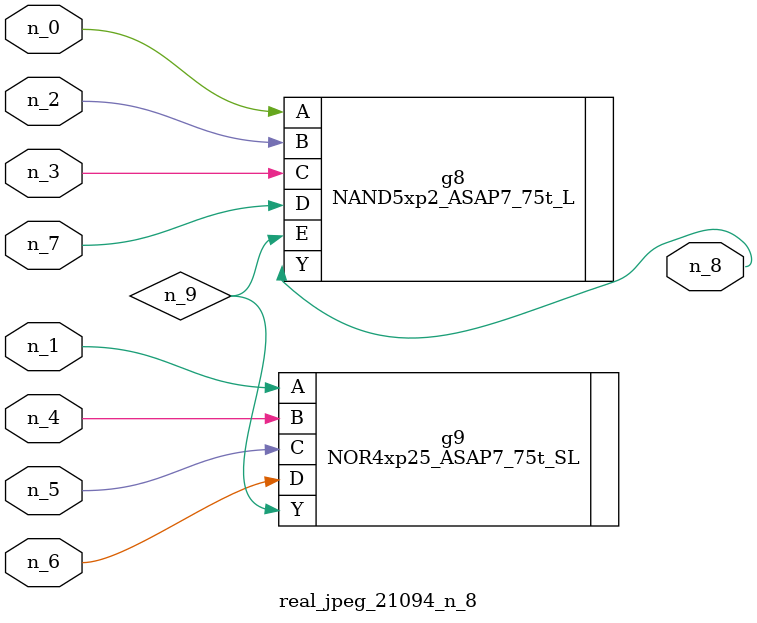
<source format=v>
module real_jpeg_21094_n_8 (n_5, n_4, n_0, n_1, n_2, n_6, n_7, n_3, n_8);

input n_5;
input n_4;
input n_0;
input n_1;
input n_2;
input n_6;
input n_7;
input n_3;

output n_8;

wire n_9;

NAND5xp2_ASAP7_75t_L g8 ( 
.A(n_0),
.B(n_2),
.C(n_3),
.D(n_7),
.E(n_9),
.Y(n_8)
);

NOR4xp25_ASAP7_75t_SL g9 ( 
.A(n_1),
.B(n_4),
.C(n_5),
.D(n_6),
.Y(n_9)
);


endmodule
</source>
